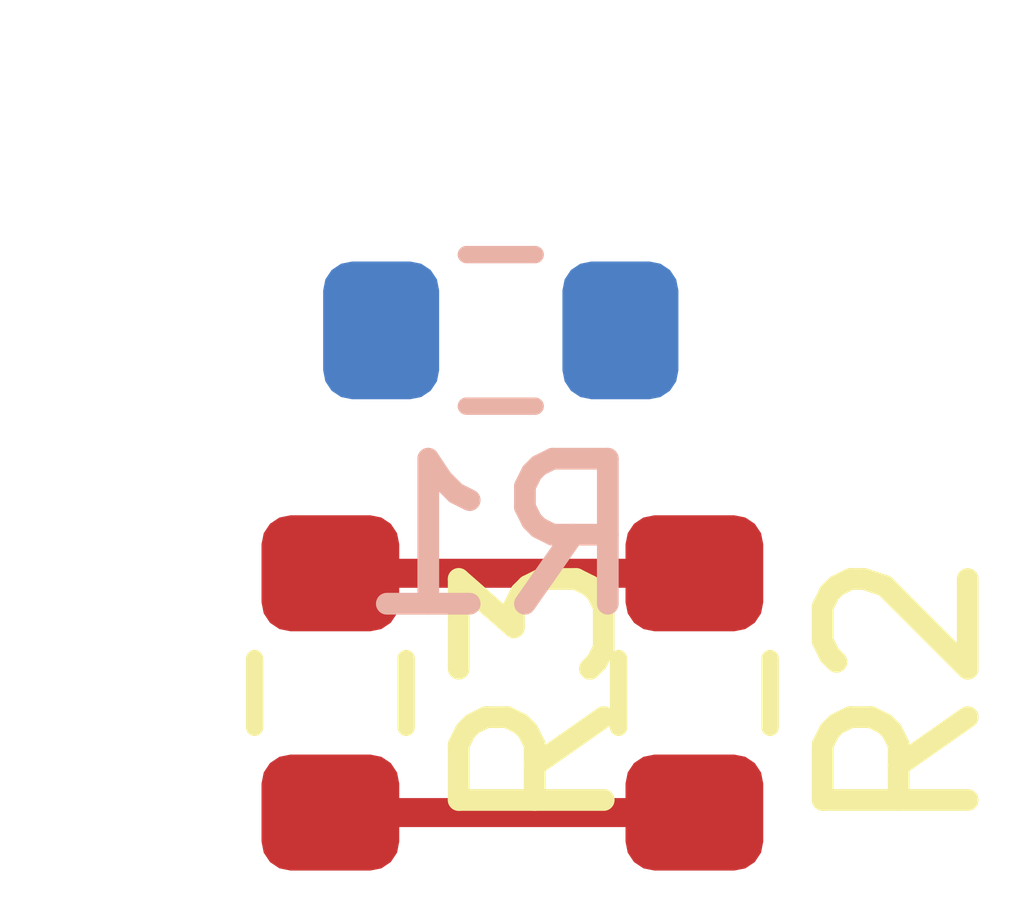
<source format=kicad_pcb>
(kicad_pcb (version 20240108) (generator "pcbnew") (generator_version "8.0")
  (layers (0 "F.Cu" signal) (31 "B.Cu" signal) (34 "B.Paste" user) (35 "F.Paste" user) (36 "B.SilkS" user "B.Silkscreen") (37 "F.SilkS" user "F.Silkscreen") (38 "B.Mask" user) (39 "F.Mask" user) (44 "Edge.Cuts" user))
  (net 0 "")
  (net 1 "GND")
  (net 2 "Net-(R2-Pad1)")
  (footprint "Resistor_SMD:R_0603_1608Metric" (layer "F.Cu") (at 129 102.2 -90)
    (property "Reference" "R3" (at 0 -1.43 90) (layer "F.SilkS"))
    (property "Value" "R")
    (fp_line (start -0.237258 0.5225) (end 0.237258 0.5225) (stroke (width 0.12)) (layer "F.SilkS"))
    (fp_line (start -0.237258 -0.5225) (end 0.237258 -0.5225) (stroke (width 0.12)) (layer "F.SilkS"))
    (pad "1" smd roundrect (at -0.825 0 270) (size 0.8 0.95) (layers "F.Cu" "F.Paste" "F.Mask") (net 2 "Net-(R2-Pad1)"))
    (pad "2" smd roundrect (at 0.825 0 270) (size 0.8 0.95) (layers "F.Cu" "F.Paste" "F.Mask") (net 1 "GND"))
  )
  (footprint "Resistor_SMD:R_0603_1608Metric" (layer "F.Cu") (at 131.51 102.2 -90)
    (property "Reference" "R2" (at 0 -1.43 90) (layer "F.SilkS"))
    (property "Value" "R")
    (fp_line (start -0.237258 0.5225) (end 0.237258 0.5225) (stroke (width 0.12)) (layer "F.SilkS"))
    (fp_line (start -0.237258 -0.5225) (end 0.237258 -0.5225) (stroke (width 0.12)) (layer "F.SilkS"))
    (pad "1" smd roundrect (at -0.825 0 270) (size 0.8 0.95) (layers "F.Cu" "F.Paste" "F.Mask") (net 2 "Net-(R2-Pad1)"))
    (pad "2" smd roundrect (at 0.825 0 270) (size 0.8 0.95) (layers "F.Cu" "F.Paste" "F.Mask") (net 1 "GND"))
  )
  (footprint "Resistor_SMD:R_0603_1608Metric" (layer "B.Cu") (at 130.175 99.7)
    (property "Reference" "R1" (at 0 1.43 360) (layer "B.SilkS") (effects (justify mirror)))
    (property "Value" "R")
    (fp_line (start 0.237258 -0.5225) (end -0.237258 -0.5225) (stroke (width 0.12)) (layer "B.SilkS"))
    (fp_line (start 0.237258 0.5225) (end -0.237258 0.5225) (stroke (width 0.12)) (layer "B.SilkS"))
    (pad "1" smd roundrect (at -0.825 0) (size 0.8 0.95) (layers "B.Cu" "B.Paste" "B.Mask"))
    (pad "2" smd roundrect (at 0.825 0) (size 0.8 0.95) (layers "B.Cu" "B.Paste" "B.Mask"))
  )
  (segment (start 129 103.025) (end 131.51 103.025) (width 0.2) (layer "F.Cu") (net 1))
  (segment (start 129 101.375) (end 131.51 101.375) (width 0.2) (layer "F.Cu") (net 2))
)
</source>
